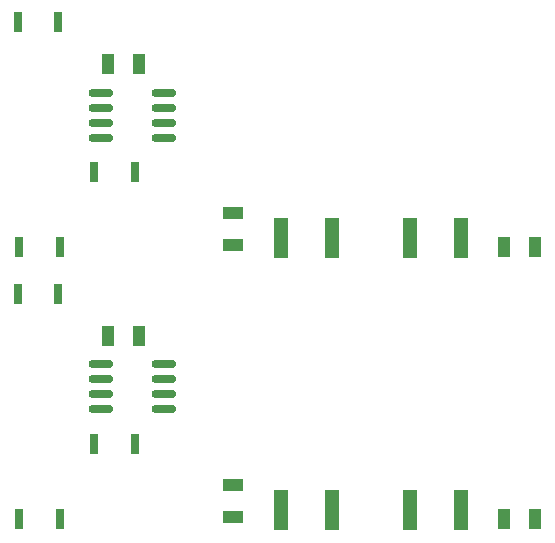
<source format=gbp>
G04 Layer_Color=128*
%FSLAX44Y44*%
%MOMM*%
G71*
G01*
G75*
%ADD13O,2.1000X0.7000*%
%ADD19R,1.2500X3.4000*%
%ADD20R,1.1000X1.7000*%
%ADD21R,0.7500X1.7000*%
%ADD22R,1.7000X1.1000*%
D13*
X91610Y109220D02*
D03*
Y121920D02*
D03*
Y134620D02*
D03*
Y147320D02*
D03*
X144610Y109220D02*
D03*
Y121920D02*
D03*
Y134620D02*
D03*
Y147320D02*
D03*
X91610Y339220D02*
D03*
Y351920D02*
D03*
Y364620D02*
D03*
Y377320D02*
D03*
X144610Y339220D02*
D03*
Y351920D02*
D03*
Y364620D02*
D03*
Y377320D02*
D03*
D19*
X286680Y24130D02*
D03*
X244180D02*
D03*
X395900D02*
D03*
X353400D02*
D03*
X286680Y254130D02*
D03*
X244180D02*
D03*
X395900D02*
D03*
X353400D02*
D03*
D20*
X459270Y16510D02*
D03*
X432270D02*
D03*
X96990Y171450D02*
D03*
X123990D02*
D03*
X459270Y246510D02*
D03*
X432270D02*
D03*
X96990Y401450D02*
D03*
X123990D02*
D03*
D21*
X85620Y80010D02*
D03*
X120120D02*
D03*
X22120Y16510D02*
D03*
X56620D02*
D03*
X55350Y207010D02*
D03*
X20850D02*
D03*
X85620Y310010D02*
D03*
X120120D02*
D03*
X22120Y246510D02*
D03*
X56620D02*
D03*
X55350Y437010D02*
D03*
X20850D02*
D03*
D22*
X203200Y18250D02*
D03*
Y45250D02*
D03*
Y248250D02*
D03*
Y275250D02*
D03*
M02*

</source>
